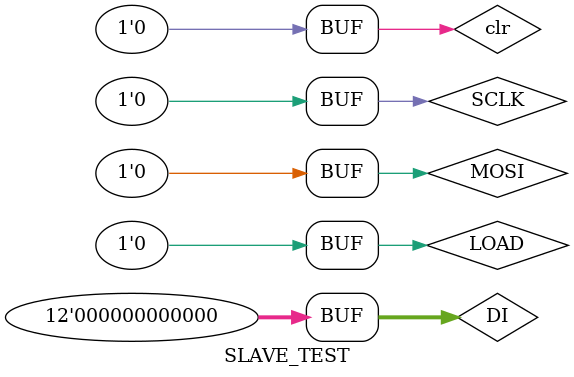
<source format=v>
module SLAVE_TEST;

	// Inputs
	reg SCLK;
	reg LOAD;
	reg MOSI;
	reg clr;
	reg [11:0] DI;

	// Outputs
	wire MISO;
	wire [11:0] sr_STX;
	wire [11:0] sr_SRX;
	wire [11:0] DO;

	// Instantiate the Unit Under Test (UUT)
	SPI_SLAVE uut (
		.SCLK(SCLK), 
		.MISO(MISO), 
		.LOAD(LOAD), 
		.sr_STX(sr_STX), 
		.MOSI(MOSI), 
		.sr_SRX(sr_SRX), 
		.clr(clr), 
		.DO(DO), 
		.DI(DI)
	);

	initial begin
		// Initialize Inputs
		SCLK = 0;
		LOAD = 0;
		MOSI = 0;
		clr = 0;
		DI = 0;

		// Wait 100 ns for global reset to finish
		#100;
        
		// Add stimulus here

	end
      
endmodule


</source>
